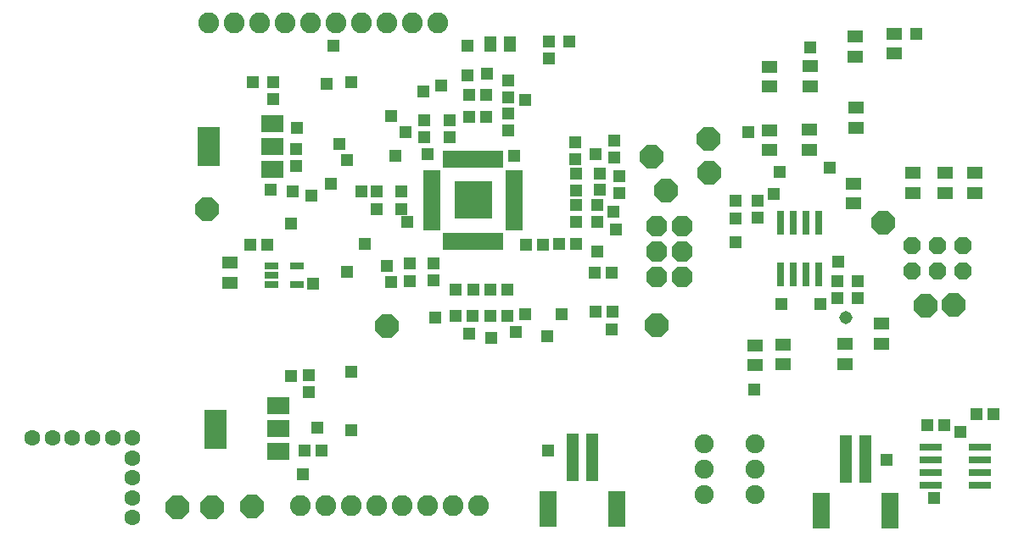
<source format=gts>
G75*
%MOIN*%
%OFA0B0*%
%FSLAX25Y25*%
%IPPOS*%
%LPD*%
%AMOC8*
5,1,8,0,0,1.08239X$1,22.5*
%
%ADD10C,0.06312*%
%ADD11R,0.05131X0.04737*%
%ADD12R,0.04737X0.05131*%
%ADD13R,0.08700X0.06700*%
%ADD14R,0.08700X0.15800*%
%ADD15OC8,0.06000*%
%ADD16OC8,0.06800*%
%ADD17R,0.04737X0.18910*%
%ADD18R,0.07099X0.14186*%
%ADD19R,0.03162X0.09461*%
%ADD20C,0.07400*%
%ADD21C,0.08200*%
%ADD22OC8,0.07400*%
%ADD23OC8,0.08200*%
%ADD24R,0.06312X0.05131*%
%ADD25R,0.05131X0.06312*%
%ADD26C,0.06731*%
%ADD27C,0.07531*%
%ADD28OC8,0.08500*%
%ADD29OC8,0.09300*%
%ADD30R,0.14600X0.14600*%
%ADD31R,0.01900X0.06600*%
%ADD32R,0.06600X0.01900*%
%ADD33R,0.05524X0.02965*%
%ADD34R,0.08600X0.02900*%
%ADD35R,0.04362X0.04362*%
%ADD36R,0.05162X0.05162*%
%ADD37C,0.04362*%
%ADD38C,0.05162*%
D10*
X0200213Y0111236D03*
X0200213Y0119110D03*
X0200213Y0126984D03*
X0200213Y0134858D03*
X0200213Y0142732D03*
X0192339Y0142732D03*
X0184465Y0142732D03*
X0176591Y0142732D03*
X0168717Y0142732D03*
X0160843Y0142732D03*
D11*
X0267811Y0137575D03*
X0274504Y0137575D03*
X0327181Y0190764D03*
X0333874Y0190764D03*
X0340764Y0190685D03*
X0347457Y0190685D03*
X0347339Y0201157D03*
X0340646Y0201157D03*
X0333953Y0201157D03*
X0327260Y0201157D03*
X0354622Y0218874D03*
X0361315Y0218874D03*
X0367850Y0218992D03*
X0374543Y0218992D03*
X0381709Y0207614D03*
X0388402Y0207614D03*
X0388677Y0192496D03*
X0381984Y0192496D03*
X0339110Y0268953D03*
X0332417Y0268953D03*
X0332299Y0277850D03*
X0338992Y0277850D03*
X0253047Y0218795D03*
X0246354Y0218795D03*
X0512417Y0147890D03*
X0519110Y0147890D03*
X0531709Y0152220D03*
X0538402Y0152220D03*
D12*
X0477024Y0197772D03*
X0485252Y0197850D03*
X0485252Y0204543D03*
X0477024Y0204465D03*
X0445646Y0229307D03*
X0437024Y0229228D03*
X0437024Y0235921D03*
X0445646Y0236000D03*
X0391472Y0238992D03*
X0382811Y0234268D03*
X0374386Y0234386D03*
X0374386Y0240094D03*
X0374386Y0246787D03*
X0374228Y0252378D03*
X0374228Y0259071D03*
X0389504Y0259661D03*
X0389504Y0252969D03*
X0391472Y0245685D03*
X0382811Y0227575D03*
X0374386Y0227693D03*
X0324701Y0261039D03*
X0324701Y0267732D03*
X0314661Y0267654D03*
X0314661Y0260961D03*
X0305843Y0239583D03*
X0305843Y0232890D03*
X0296157Y0232890D03*
X0296157Y0239583D03*
X0264543Y0249819D03*
X0264543Y0256512D03*
X0255528Y0276197D03*
X0255528Y0282890D03*
X0347772Y0283283D03*
X0347772Y0276591D03*
X0347693Y0270567D03*
X0347693Y0263874D03*
X0363835Y0292024D03*
X0363835Y0298717D03*
X0318441Y0211354D03*
X0318441Y0204661D03*
X0308953Y0204543D03*
X0308953Y0211236D03*
X0269386Y0167378D03*
X0269386Y0160685D03*
D13*
X0257416Y0155297D03*
X0257416Y0146297D03*
X0257416Y0137297D03*
X0255014Y0248399D03*
X0255014Y0257399D03*
X0255014Y0266399D03*
D14*
X0230214Y0257299D03*
X0232616Y0146197D03*
D15*
X0506591Y0208441D03*
X0516591Y0208441D03*
X0526591Y0208441D03*
X0526591Y0218441D03*
X0516591Y0218441D03*
X0506591Y0218441D03*
D16*
X0506591Y0218441D03*
X0516591Y0218441D03*
X0526591Y0218441D03*
X0526591Y0208441D03*
X0516591Y0208441D03*
X0506591Y0208441D03*
D17*
X0488205Y0134386D03*
X0480331Y0134386D03*
X0380843Y0135173D03*
X0372969Y0135173D03*
D18*
X0363520Y0114701D03*
X0390291Y0114701D03*
X0470882Y0113913D03*
X0497654Y0113913D03*
D19*
X0469917Y0206945D03*
X0464917Y0206945D03*
X0459917Y0206945D03*
X0454917Y0206945D03*
X0454917Y0227417D03*
X0459917Y0227417D03*
X0464917Y0227417D03*
X0469917Y0227417D03*
D20*
X0320000Y0306000D03*
X0310000Y0306000D03*
X0300000Y0306000D03*
X0290000Y0306000D03*
X0280000Y0306000D03*
X0270000Y0306000D03*
X0260000Y0306000D03*
X0250000Y0306000D03*
X0240000Y0306000D03*
X0230000Y0306000D03*
X0266000Y0116000D03*
X0276000Y0116000D03*
X0286000Y0116000D03*
X0296000Y0116000D03*
X0306000Y0116000D03*
X0316000Y0116000D03*
X0326000Y0116000D03*
X0336000Y0116000D03*
D21*
X0336000Y0116000D03*
X0326000Y0116000D03*
X0316000Y0116000D03*
X0306000Y0116000D03*
X0296000Y0116000D03*
X0286000Y0116000D03*
X0276000Y0116000D03*
X0266000Y0116000D03*
X0270000Y0306000D03*
X0260000Y0306000D03*
X0250000Y0306000D03*
X0240000Y0306000D03*
X0230000Y0306000D03*
X0280000Y0306000D03*
X0290000Y0306000D03*
X0300000Y0306000D03*
X0310000Y0306000D03*
X0320000Y0306000D03*
D22*
X0406000Y0226000D03*
X0416000Y0226000D03*
X0416000Y0216000D03*
X0406000Y0216000D03*
X0406000Y0206000D03*
X0416000Y0206000D03*
D23*
X0416000Y0206000D03*
X0406000Y0206000D03*
X0406000Y0216000D03*
X0416000Y0216000D03*
X0416000Y0226000D03*
X0406000Y0226000D03*
D24*
X0450449Y0255961D03*
X0450449Y0263835D03*
X0466000Y0263913D03*
X0466000Y0256039D03*
X0484307Y0264701D03*
X0484307Y0272575D03*
X0466394Y0281118D03*
X0466394Y0288992D03*
X0450449Y0288874D03*
X0450449Y0281000D03*
X0484228Y0292811D03*
X0484228Y0300685D03*
X0499543Y0301787D03*
X0499543Y0293913D03*
X0506827Y0246906D03*
X0506827Y0239031D03*
X0519346Y0239031D03*
X0519346Y0246906D03*
X0531079Y0246906D03*
X0531079Y0239031D03*
X0483520Y0242811D03*
X0483520Y0234937D03*
X0494386Y0187614D03*
X0494386Y0179740D03*
X0480016Y0179740D03*
X0480016Y0171866D03*
X0455764Y0171591D03*
X0455764Y0179465D03*
X0444661Y0179150D03*
X0444661Y0171276D03*
X0238480Y0203795D03*
X0238480Y0211669D03*
D25*
X0340685Y0297614D03*
X0348559Y0297614D03*
D26*
X0424661Y0140449D03*
X0424661Y0130449D03*
X0424661Y0120449D03*
X0444661Y0120449D03*
X0444661Y0130449D03*
X0444661Y0140449D03*
D27*
X0444661Y0140449D03*
X0444661Y0130449D03*
X0444661Y0120449D03*
X0424661Y0120449D03*
X0424661Y0130449D03*
X0424661Y0140449D03*
D28*
X0406000Y0187220D03*
X0409740Y0239976D03*
X0426787Y0247063D03*
X0426315Y0260449D03*
X0404031Y0253559D03*
X0494976Y0227378D03*
X0511630Y0194740D03*
X0522654Y0195055D03*
X0300094Y0186669D03*
X0229465Y0232890D03*
X0231512Y0115567D03*
X0217811Y0115567D03*
X0246945Y0115764D03*
D29*
X0246945Y0115764D03*
X0231512Y0115567D03*
X0217811Y0115567D03*
X0300094Y0186669D03*
X0229465Y0232890D03*
X0404031Y0253559D03*
X0409740Y0239976D03*
X0426787Y0247063D03*
X0426315Y0260449D03*
X0494976Y0227378D03*
X0511630Y0194740D03*
X0522654Y0195055D03*
X0406000Y0187220D03*
D30*
X0334031Y0236236D03*
D31*
X0333031Y0220036D03*
X0331031Y0220036D03*
X0329131Y0220036D03*
X0327131Y0220036D03*
X0325131Y0220036D03*
X0323231Y0220036D03*
X0335031Y0220036D03*
X0337031Y0220036D03*
X0338931Y0220036D03*
X0340931Y0220036D03*
X0342931Y0220036D03*
X0344831Y0220036D03*
X0344831Y0252436D03*
X0342931Y0252436D03*
X0340931Y0252436D03*
X0338931Y0252436D03*
X0337031Y0252436D03*
X0335031Y0252436D03*
X0333031Y0252436D03*
X0331031Y0252436D03*
X0329131Y0252436D03*
X0327131Y0252436D03*
X0325131Y0252436D03*
X0323231Y0252436D03*
D32*
X0317831Y0247036D03*
X0317831Y0245136D03*
X0317831Y0243136D03*
X0317831Y0241136D03*
X0317831Y0239236D03*
X0317831Y0237236D03*
X0317831Y0235236D03*
X0317831Y0233236D03*
X0317831Y0231336D03*
X0317831Y0229336D03*
X0317831Y0227336D03*
X0317831Y0225436D03*
X0350231Y0225436D03*
X0350231Y0227336D03*
X0350231Y0229336D03*
X0350231Y0231336D03*
X0350231Y0233236D03*
X0350231Y0235236D03*
X0350231Y0237236D03*
X0350231Y0239236D03*
X0350231Y0241136D03*
X0350231Y0243136D03*
X0350231Y0245136D03*
X0350231Y0247036D03*
D33*
X0264858Y0210488D03*
X0254622Y0210488D03*
X0254622Y0206748D03*
X0254622Y0203008D03*
X0264858Y0203008D03*
D34*
X0513780Y0139169D03*
X0513780Y0134169D03*
X0513780Y0129169D03*
X0513780Y0124169D03*
X0533180Y0124169D03*
X0533180Y0129169D03*
X0533180Y0134169D03*
X0533180Y0139169D03*
D35*
X0525409Y0145094D03*
X0496276Y0134071D03*
X0515173Y0119110D03*
X0444307Y0161630D03*
X0454937Y0195488D03*
X0470291Y0195488D03*
X0477378Y0212024D03*
X0437220Y0219898D03*
X0452181Y0238795D03*
X0454543Y0247457D03*
X0474228Y0249031D03*
X0441945Y0263205D03*
X0466354Y0296276D03*
X0508087Y0301787D03*
X0389189Y0231709D03*
X0389976Y0224622D03*
X0382890Y0215961D03*
X0383677Y0240370D03*
X0383677Y0246669D03*
X0382102Y0254543D03*
X0350213Y0253756D03*
X0354543Y0275803D03*
X0339583Y0286039D03*
X0331709Y0285252D03*
X0321472Y0281315D03*
X0314386Y0278953D03*
X0301787Y0269504D03*
X0307299Y0263205D03*
X0303362Y0253756D03*
X0315961Y0254543D03*
X0289976Y0239583D03*
X0278165Y0242732D03*
X0270291Y0238008D03*
X0263205Y0239583D03*
X0254543Y0240370D03*
X0262417Y0226984D03*
X0284465Y0208087D03*
X0300213Y0210449D03*
X0301787Y0204150D03*
X0319110Y0189976D03*
X0332496Y0183677D03*
X0341157Y0182102D03*
X0350606Y0184465D03*
X0354543Y0191551D03*
X0363205Y0182890D03*
X0368717Y0191551D03*
X0388402Y0185252D03*
X0363598Y0137614D03*
X0286039Y0145882D03*
X0272654Y0146669D03*
X0267142Y0128559D03*
X0262417Y0167142D03*
X0286039Y0168717D03*
X0271079Y0203362D03*
X0291551Y0219110D03*
X0308087Y0227772D03*
X0284465Y0252181D03*
X0281315Y0258480D03*
X0264780Y0264780D03*
X0276591Y0282102D03*
X0286039Y0282890D03*
X0278953Y0297063D03*
X0247457Y0282890D03*
X0331709Y0297063D03*
X0371866Y0298638D03*
D36*
X0371866Y0298638D03*
X0339583Y0286039D03*
X0331709Y0285252D03*
X0321472Y0281315D03*
X0314386Y0278953D03*
X0301787Y0269504D03*
X0307299Y0263205D03*
X0303362Y0253756D03*
X0315961Y0254543D03*
X0289976Y0239583D03*
X0278165Y0242732D03*
X0270291Y0238008D03*
X0263205Y0239583D03*
X0254543Y0240370D03*
X0262417Y0226984D03*
X0284465Y0208087D03*
X0300213Y0210449D03*
X0301787Y0204150D03*
X0319110Y0189976D03*
X0332496Y0183677D03*
X0341157Y0182102D03*
X0350606Y0184465D03*
X0354543Y0191551D03*
X0363205Y0182890D03*
X0368717Y0191551D03*
X0388402Y0185252D03*
X0382890Y0215961D03*
X0389976Y0224622D03*
X0389189Y0231709D03*
X0383677Y0240370D03*
X0383677Y0246669D03*
X0382102Y0254543D03*
X0350213Y0253756D03*
X0354543Y0275803D03*
X0331709Y0297063D03*
X0286039Y0282890D03*
X0276591Y0282102D03*
X0278953Y0297063D03*
X0247457Y0282890D03*
X0264780Y0264780D03*
X0281315Y0258480D03*
X0284465Y0252181D03*
X0308087Y0227772D03*
X0291551Y0219110D03*
X0271079Y0203362D03*
X0262417Y0167142D03*
X0286039Y0168717D03*
X0272654Y0146669D03*
X0286039Y0145882D03*
X0267142Y0128559D03*
X0363598Y0137614D03*
X0444307Y0161630D03*
X0496276Y0134071D03*
X0515173Y0119110D03*
X0525409Y0145094D03*
X0470291Y0195488D03*
X0454937Y0195488D03*
X0477378Y0212024D03*
X0437220Y0219898D03*
X0452181Y0238795D03*
X0454543Y0247457D03*
X0474228Y0249031D03*
X0441945Y0263205D03*
X0466354Y0296276D03*
X0508087Y0301787D03*
D37*
X0480528Y0189976D03*
D38*
X0480528Y0189976D03*
M02*

</source>
